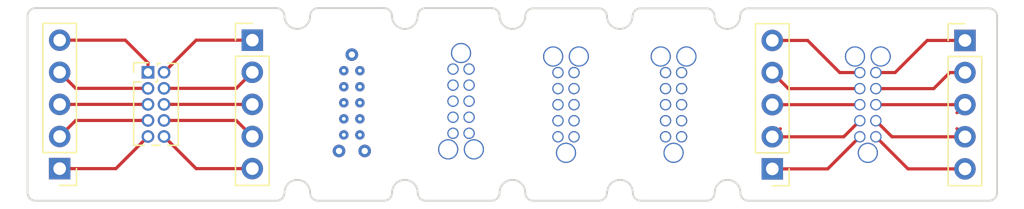
<source format=kicad_pcb>
(kicad_pcb (version 20171130) (host pcbnew "(5.0.0)")

  (general
    (thickness 1.6)
    (drawings 83)
    (tracks 47)
    (zones 0)
    (modules 10)
    (nets 21)
  )

  (page A4)
  (layers
    (0 F.Cu signal)
    (31 B.Cu signal)
    (32 B.Adhes user)
    (33 F.Adhes user)
    (34 B.Paste user)
    (35 F.Paste user)
    (36 B.SilkS user)
    (37 F.SilkS user)
    (38 B.Mask user)
    (39 F.Mask user)
    (40 Dwgs.User user hide)
    (41 Cmts.User user)
    (42 Eco1.User user)
    (43 Eco2.User user)
    (44 Edge.Cuts user)
    (45 Margin user)
    (46 B.CrtYd user)
    (47 F.CrtYd user)
    (48 B.Fab user)
    (49 F.Fab user)
  )

  (setup
    (last_trace_width 0.25)
    (trace_clearance 0.2)
    (zone_clearance 0.508)
    (zone_45_only no)
    (trace_min 0.2)
    (segment_width 0.2)
    (edge_width 0.15)
    (via_size 0.8)
    (via_drill 0.4)
    (via_min_size 0.4)
    (via_min_drill 0.3)
    (uvia_size 0.3)
    (uvia_drill 0.1)
    (uvias_allowed no)
    (uvia_min_size 0.2)
    (uvia_min_drill 0.1)
    (pcb_text_width 0.3)
    (pcb_text_size 1.5 1.5)
    (mod_edge_width 0.15)
    (mod_text_size 1 1)
    (mod_text_width 0.15)
    (pad_size 1.524 1.524)
    (pad_drill 0.762)
    (pad_to_mask_clearance 0.2)
    (aux_axis_origin 0 0)
    (visible_elements 7FFFFFFF)
    (pcbplotparams
      (layerselection 0x010fc_ffffffff)
      (usegerberextensions false)
      (usegerberattributes false)
      (usegerberadvancedattributes false)
      (creategerberjobfile false)
      (excludeedgelayer true)
      (linewidth 0.100000)
      (plotframeref false)
      (viasonmask false)
      (mode 1)
      (useauxorigin false)
      (hpglpennumber 1)
      (hpglpenspeed 20)
      (hpglpendiameter 15.000000)
      (psnegative false)
      (psa4output false)
      (plotreference true)
      (plotvalue true)
      (plotinvisibletext false)
      (padsonsilk false)
      (subtractmaskfromsilk false)
      (outputformat 1)
      (mirror false)
      (drillshape 0)
      (scaleselection 1)
      (outputdirectory "gerber/"))
  )

  (net 0 "")
  (net 1 "Net-(J1-Pad1)")
  (net 2 "Net-(J1-Pad2)")
  (net 3 "Net-(J1-Pad3)")
  (net 4 "Net-(J1-Pad4)")
  (net 5 "Net-(J1-Pad5)")
  (net 6 "Net-(J2-Pad2)")
  (net 7 "Net-(J2-Pad4)")
  (net 8 "Net-(J2-Pad6)")
  (net 9 "Net-(J2-Pad8)")
  (net 10 "Net-(J2-Pad10)")
  (net 11 "Net-(J4-Pad5)")
  (net 12 "Net-(J4-Pad4)")
  (net 13 "Net-(J4-Pad3)")
  (net 14 "Net-(J4-Pad2)")
  (net 15 "Net-(J4-Pad1)")
  (net 16 "Net-(J5-Pad10)")
  (net 17 "Net-(J5-Pad9)")
  (net 18 "Net-(J5-Pad8)")
  (net 19 "Net-(J5-Pad7)")
  (net 20 "Net-(J5-Pad6)")

  (net_class Default "This is the default net class."
    (clearance 0.2)
    (trace_width 0.25)
    (via_dia 0.8)
    (via_drill 0.4)
    (uvia_dia 0.3)
    (uvia_drill 0.1)
    (add_net "Net-(J1-Pad1)")
    (add_net "Net-(J1-Pad2)")
    (add_net "Net-(J1-Pad3)")
    (add_net "Net-(J1-Pad4)")
    (add_net "Net-(J1-Pad5)")
    (add_net "Net-(J2-Pad10)")
    (add_net "Net-(J2-Pad2)")
    (add_net "Net-(J2-Pad4)")
    (add_net "Net-(J2-Pad6)")
    (add_net "Net-(J2-Pad8)")
    (add_net "Net-(J4-Pad1)")
    (add_net "Net-(J4-Pad2)")
    (add_net "Net-(J4-Pad3)")
    (add_net "Net-(J4-Pad4)")
    (add_net "Net-(J4-Pad5)")
    (add_net "Net-(J5-Pad10)")
    (add_net "Net-(J5-Pad6)")
    (add_net "Net-(J5-Pad7)")
    (add_net "Net-(J5-Pad8)")
    (add_net "Net-(J5-Pad9)")
  )

  (module Connector_PinHeader_2.54mm:PinHeader_1x05_P2.54mm_Vertical (layer F.Cu) (tedit 5C55BE3F) (tstamp 5C6E4296)
    (at 27.94 38.1 180)
    (descr "Through hole straight pin header, 1x05, 2.54mm pitch, single row")
    (tags "Through hole pin header THT 1x05 2.54mm single row")
    (path /5C9ECFC9)
    (fp_text reference J1 (at 0 -2.33 180) (layer F.SilkS) hide
      (effects (font (size 1 1) (thickness 0.15)))
    )
    (fp_text value Conn_01x05 (at 0 12.49 180) (layer F.Fab)
      (effects (font (size 1 1) (thickness 0.15)))
    )
    (fp_line (start -0.635 -1.27) (end 1.27 -1.27) (layer F.Fab) (width 0.1))
    (fp_line (start 1.27 -1.27) (end 1.27 11.43) (layer F.Fab) (width 0.1))
    (fp_line (start 1.27 11.43) (end -1.27 11.43) (layer F.Fab) (width 0.1))
    (fp_line (start -1.27 11.43) (end -1.27 -0.635) (layer F.Fab) (width 0.1))
    (fp_line (start -1.27 -0.635) (end -0.635 -1.27) (layer F.Fab) (width 0.1))
    (fp_line (start -1.33 11.49) (end 1.33 11.49) (layer F.SilkS) (width 0.12))
    (fp_line (start -1.33 1.27) (end -1.33 11.49) (layer F.SilkS) (width 0.12))
    (fp_line (start 1.33 1.27) (end 1.33 11.49) (layer F.SilkS) (width 0.12))
    (fp_line (start -1.33 1.27) (end 1.33 1.27) (layer F.SilkS) (width 0.12))
    (fp_line (start -1.33 0) (end -1.33 -1.33) (layer F.SilkS) (width 0.12))
    (fp_line (start -1.33 -1.33) (end 0 -1.33) (layer F.SilkS) (width 0.12))
    (fp_line (start -1.8 -1.8) (end -1.8 11.95) (layer F.CrtYd) (width 0.05))
    (fp_line (start -1.8 11.95) (end 1.8 11.95) (layer F.CrtYd) (width 0.05))
    (fp_line (start 1.8 11.95) (end 1.8 -1.8) (layer F.CrtYd) (width 0.05))
    (fp_line (start 1.8 -1.8) (end -1.8 -1.8) (layer F.CrtYd) (width 0.05))
    (fp_text user %R (at 0 5.08 270) (layer F.Fab)
      (effects (font (size 1 1) (thickness 0.15)))
    )
    (pad 1 thru_hole rect (at 0 0 180) (size 1.7 1.7) (drill 1) (layers *.Cu *.Mask)
      (net 1 "Net-(J1-Pad1)"))
    (pad 2 thru_hole oval (at 0 2.54 180) (size 1.7 1.7) (drill 1) (layers *.Cu *.Mask)
      (net 2 "Net-(J1-Pad2)"))
    (pad 3 thru_hole oval (at 0 5.08 180) (size 1.7 1.7) (drill 1) (layers *.Cu *.Mask)
      (net 3 "Net-(J1-Pad3)"))
    (pad 4 thru_hole oval (at 0 7.62 180) (size 1.7 1.7) (drill 1) (layers *.Cu *.Mask)
      (net 4 "Net-(J1-Pad4)"))
    (pad 5 thru_hole oval (at 0 10.16 180) (size 1.7 1.7) (drill 1) (layers *.Cu *.Mask)
      (net 5 "Net-(J1-Pad5)"))
    (model ${KISYS3DMOD}/Connector_PinHeader_2.54mm.3dshapes/PinHeader_1x05_P2.54mm_Vertical.wrl
      (at (xyz 0 0 0))
      (scale (xyz 1 1 1))
      (rotate (xyz 0 0 0))
    )
  )

  (module Connector_PinHeader_1.27mm:PinHeader_2x05_P1.27mm_Vertical (layer F.Cu) (tedit 5C55BE42) (tstamp 5C6E42BB)
    (at 34.925 30.48)
    (descr "Through hole straight pin header, 2x05, 1.27mm pitch, double rows")
    (tags "Through hole pin header THT 2x05 1.27mm double row")
    (path /5C9E812B)
    (fp_text reference J2 (at 0.635 -1.695) (layer F.SilkS) hide
      (effects (font (size 1 1) (thickness 0.15)))
    )
    (fp_text value "Cortex Debug 10-pin connector" (at 0.635 6.775) (layer F.Fab)
      (effects (font (size 1 1) (thickness 0.15)))
    )
    (fp_line (start -0.2175 -0.635) (end 2.34 -0.635) (layer F.Fab) (width 0.1))
    (fp_line (start 2.34 -0.635) (end 2.34 5.715) (layer F.Fab) (width 0.1))
    (fp_line (start 2.34 5.715) (end -1.07 5.715) (layer F.Fab) (width 0.1))
    (fp_line (start -1.07 5.715) (end -1.07 0.2175) (layer F.Fab) (width 0.1))
    (fp_line (start -1.07 0.2175) (end -0.2175 -0.635) (layer F.Fab) (width 0.1))
    (fp_line (start -1.13 5.775) (end -0.30753 5.775) (layer F.SilkS) (width 0.12))
    (fp_line (start 1.57753 5.775) (end 2.4 5.775) (layer F.SilkS) (width 0.12))
    (fp_line (start 0.30753 5.775) (end 0.96247 5.775) (layer F.SilkS) (width 0.12))
    (fp_line (start -1.13 0.76) (end -1.13 5.775) (layer F.SilkS) (width 0.12))
    (fp_line (start 2.4 -0.695) (end 2.4 5.775) (layer F.SilkS) (width 0.12))
    (fp_line (start -1.13 0.76) (end -0.563471 0.76) (layer F.SilkS) (width 0.12))
    (fp_line (start 0.563471 0.76) (end 0.706529 0.76) (layer F.SilkS) (width 0.12))
    (fp_line (start 0.76 0.706529) (end 0.76 0.563471) (layer F.SilkS) (width 0.12))
    (fp_line (start 0.76 -0.563471) (end 0.76 -0.695) (layer F.SilkS) (width 0.12))
    (fp_line (start 0.76 -0.695) (end 0.96247 -0.695) (layer F.SilkS) (width 0.12))
    (fp_line (start 1.57753 -0.695) (end 2.4 -0.695) (layer F.SilkS) (width 0.12))
    (fp_line (start -1.13 0) (end -1.13 -0.76) (layer F.SilkS) (width 0.12))
    (fp_line (start -1.13 -0.76) (end 0 -0.76) (layer F.SilkS) (width 0.12))
    (fp_line (start -1.6 -1.15) (end -1.6 6.25) (layer F.CrtYd) (width 0.05))
    (fp_line (start -1.6 6.25) (end 2.85 6.25) (layer F.CrtYd) (width 0.05))
    (fp_line (start 2.85 6.25) (end 2.85 -1.15) (layer F.CrtYd) (width 0.05))
    (fp_line (start 2.85 -1.15) (end -1.6 -1.15) (layer F.CrtYd) (width 0.05))
    (fp_text user %R (at 0.635 2.54 90) (layer F.Fab)
      (effects (font (size 1 1) (thickness 0.15)))
    )
    (pad 1 thru_hole rect (at 0 0) (size 1 1) (drill 0.65) (layers *.Cu *.Mask)
      (net 5 "Net-(J1-Pad5)"))
    (pad 2 thru_hole oval (at 1.27 0) (size 1 1) (drill 0.65) (layers *.Cu *.Mask)
      (net 6 "Net-(J2-Pad2)"))
    (pad 3 thru_hole oval (at 0 1.27) (size 1 1) (drill 0.65) (layers *.Cu *.Mask)
      (net 4 "Net-(J1-Pad4)"))
    (pad 4 thru_hole oval (at 1.27 1.27) (size 1 1) (drill 0.65) (layers *.Cu *.Mask)
      (net 7 "Net-(J2-Pad4)"))
    (pad 5 thru_hole oval (at 0 2.54) (size 1 1) (drill 0.65) (layers *.Cu *.Mask)
      (net 3 "Net-(J1-Pad3)"))
    (pad 6 thru_hole oval (at 1.27 2.54) (size 1 1) (drill 0.65) (layers *.Cu *.Mask)
      (net 8 "Net-(J2-Pad6)"))
    (pad 7 thru_hole oval (at 0 3.81) (size 1 1) (drill 0.65) (layers *.Cu *.Mask)
      (net 2 "Net-(J1-Pad2)"))
    (pad 8 thru_hole oval (at 1.27 3.81) (size 1 1) (drill 0.65) (layers *.Cu *.Mask)
      (net 9 "Net-(J2-Pad8)"))
    (pad 9 thru_hole oval (at 0 5.08) (size 1 1) (drill 0.65) (layers *.Cu *.Mask)
      (net 1 "Net-(J1-Pad1)"))
    (pad 10 thru_hole oval (at 1.27 5.08) (size 1 1) (drill 0.65) (layers *.Cu *.Mask)
      (net 10 "Net-(J2-Pad10)"))
    (model ${KISYS3DMOD}/Connector_PinHeader_1.27mm.3dshapes/PinHeader_2x05_P1.27mm_Vertical.wrl
      (at (xyz 0 0 0))
      (scale (xyz 1 1 1))
      (rotate (xyz 0 0 0))
    )
  )

  (module Connector_PinHeader_2.54mm:PinHeader_1x05_P2.54mm_Vertical (layer F.Cu) (tedit 5C55BE3B) (tstamp 5C6E42D4)
    (at 43.18 27.94)
    (descr "Through hole straight pin header, 1x05, 2.54mm pitch, single row")
    (tags "Through hole pin header THT 1x05 2.54mm single row")
    (path /5C9ED083)
    (fp_text reference J3 (at 0 -2.33) (layer F.SilkS) hide
      (effects (font (size 1 1) (thickness 0.15)))
    )
    (fp_text value Conn_01x05 (at 0 12.49) (layer F.Fab)
      (effects (font (size 1 1) (thickness 0.15)))
    )
    (fp_text user %R (at 0 5.08 90) (layer F.Fab)
      (effects (font (size 1 1) (thickness 0.15)))
    )
    (fp_line (start 1.8 -1.8) (end -1.8 -1.8) (layer F.CrtYd) (width 0.05))
    (fp_line (start 1.8 11.95) (end 1.8 -1.8) (layer F.CrtYd) (width 0.05))
    (fp_line (start -1.8 11.95) (end 1.8 11.95) (layer F.CrtYd) (width 0.05))
    (fp_line (start -1.8 -1.8) (end -1.8 11.95) (layer F.CrtYd) (width 0.05))
    (fp_line (start -1.33 -1.33) (end 0 -1.33) (layer F.SilkS) (width 0.12))
    (fp_line (start -1.33 0) (end -1.33 -1.33) (layer F.SilkS) (width 0.12))
    (fp_line (start -1.33 1.27) (end 1.33 1.27) (layer F.SilkS) (width 0.12))
    (fp_line (start 1.33 1.27) (end 1.33 11.49) (layer F.SilkS) (width 0.12))
    (fp_line (start -1.33 1.27) (end -1.33 11.49) (layer F.SilkS) (width 0.12))
    (fp_line (start -1.33 11.49) (end 1.33 11.49) (layer F.SilkS) (width 0.12))
    (fp_line (start -1.27 -0.635) (end -0.635 -1.27) (layer F.Fab) (width 0.1))
    (fp_line (start -1.27 11.43) (end -1.27 -0.635) (layer F.Fab) (width 0.1))
    (fp_line (start 1.27 11.43) (end -1.27 11.43) (layer F.Fab) (width 0.1))
    (fp_line (start 1.27 -1.27) (end 1.27 11.43) (layer F.Fab) (width 0.1))
    (fp_line (start -0.635 -1.27) (end 1.27 -1.27) (layer F.Fab) (width 0.1))
    (pad 5 thru_hole oval (at 0 10.16) (size 1.7 1.7) (drill 1) (layers *.Cu *.Mask)
      (net 10 "Net-(J2-Pad10)"))
    (pad 4 thru_hole oval (at 0 7.62) (size 1.7 1.7) (drill 1) (layers *.Cu *.Mask)
      (net 9 "Net-(J2-Pad8)"))
    (pad 3 thru_hole oval (at 0 5.08) (size 1.7 1.7) (drill 1) (layers *.Cu *.Mask)
      (net 8 "Net-(J2-Pad6)"))
    (pad 2 thru_hole oval (at 0 2.54) (size 1.7 1.7) (drill 1) (layers *.Cu *.Mask)
      (net 7 "Net-(J2-Pad4)"))
    (pad 1 thru_hole rect (at 0 0) (size 1.7 1.7) (drill 1) (layers *.Cu *.Mask)
      (net 6 "Net-(J2-Pad2)"))
    (model ${KISYS3DMOD}/Connector_PinHeader_2.54mm.3dshapes/PinHeader_1x05_P2.54mm_Vertical.wrl
      (at (xyz 0 0 0))
      (scale (xyz 1 1 1))
      (rotate (xyz 0 0 0))
    )
  )

  (module Connector_PinHeader_2.54mm:PinHeader_1x05_P2.54mm_Vertical (layer F.Cu) (tedit 5C55BE2B) (tstamp 5C6E42ED)
    (at 99.552017 27.960885)
    (descr "Through hole straight pin header, 1x05, 2.54mm pitch, single row")
    (tags "Through hole pin header THT 1x05 2.54mm single row")
    (path /5C9E8345)
    (fp_text reference J4 (at 0 -2.33) (layer F.SilkS) hide
      (effects (font (size 1 1) (thickness 0.15)))
    )
    (fp_text value Conn_01x05 (at 0 12.49) (layer F.Fab)
      (effects (font (size 1 1) (thickness 0.15)))
    )
    (fp_text user %R (at 0 5.08 90) (layer F.Fab)
      (effects (font (size 1 1) (thickness 0.15)))
    )
    (fp_line (start 1.8 -1.8) (end -1.8 -1.8) (layer F.CrtYd) (width 0.05))
    (fp_line (start 1.8 11.95) (end 1.8 -1.8) (layer F.CrtYd) (width 0.05))
    (fp_line (start -1.8 11.95) (end 1.8 11.95) (layer F.CrtYd) (width 0.05))
    (fp_line (start -1.8 -1.8) (end -1.8 11.95) (layer F.CrtYd) (width 0.05))
    (fp_line (start -1.33 -1.33) (end 0 -1.33) (layer F.SilkS) (width 0.12))
    (fp_line (start -1.33 0) (end -1.33 -1.33) (layer F.SilkS) (width 0.12))
    (fp_line (start -1.33 1.27) (end 1.33 1.27) (layer F.SilkS) (width 0.12))
    (fp_line (start 1.33 1.27) (end 1.33 11.49) (layer F.SilkS) (width 0.12))
    (fp_line (start -1.33 1.27) (end -1.33 11.49) (layer F.SilkS) (width 0.12))
    (fp_line (start -1.33 11.49) (end 1.33 11.49) (layer F.SilkS) (width 0.12))
    (fp_line (start -1.27 -0.635) (end -0.635 -1.27) (layer F.Fab) (width 0.1))
    (fp_line (start -1.27 11.43) (end -1.27 -0.635) (layer F.Fab) (width 0.1))
    (fp_line (start 1.27 11.43) (end -1.27 11.43) (layer F.Fab) (width 0.1))
    (fp_line (start 1.27 -1.27) (end 1.27 11.43) (layer F.Fab) (width 0.1))
    (fp_line (start -0.635 -1.27) (end 1.27 -1.27) (layer F.Fab) (width 0.1))
    (pad 5 thru_hole oval (at 0 10.16) (size 1.7 1.7) (drill 1) (layers *.Cu *.Mask)
      (net 11 "Net-(J4-Pad5)"))
    (pad 4 thru_hole oval (at 0 7.62) (size 1.7 1.7) (drill 1) (layers *.Cu *.Mask)
      (net 12 "Net-(J4-Pad4)"))
    (pad 3 thru_hole oval (at 0 5.08) (size 1.7 1.7) (drill 1) (layers *.Cu *.Mask)
      (net 13 "Net-(J4-Pad3)"))
    (pad 2 thru_hole oval (at 0 2.54) (size 1.7 1.7) (drill 1) (layers *.Cu *.Mask)
      (net 14 "Net-(J4-Pad2)"))
    (pad 1 thru_hole rect (at 0 0) (size 1.7 1.7) (drill 1) (layers *.Cu *.Mask)
      (net 15 "Net-(J4-Pad1)"))
    (model ${KISYS3DMOD}/Connector_PinHeader_2.54mm.3dshapes/PinHeader_1x05_P2.54mm_Vertical.wrl
      (at (xyz 0 0 0))
      (scale (xyz 1 1 1))
      (rotate (xyz 0 0 0))
    )
  )

  (module Connector_PinHeader_2.54mm:PinHeader_1x05_P2.54mm_Vertical (layer F.Cu) (tedit 5C55BE35) (tstamp 5C6E4306)
    (at 84.312018 38.120885 180)
    (descr "Through hole straight pin header, 1x05, 2.54mm pitch, single row")
    (tags "Through hole pin header THT 1x05 2.54mm single row")
    (path /5C9E821F)
    (fp_text reference J6 (at 0 -2.33 180) (layer F.SilkS) hide
      (effects (font (size 1 1) (thickness 0.15)))
    )
    (fp_text value Conn_01x05 (at 0 12.49 180) (layer F.Fab)
      (effects (font (size 1 1) (thickness 0.15)))
    )
    (fp_line (start -0.635 -1.27) (end 1.27 -1.27) (layer F.Fab) (width 0.1))
    (fp_line (start 1.27 -1.27) (end 1.27 11.43) (layer F.Fab) (width 0.1))
    (fp_line (start 1.27 11.43) (end -1.27 11.43) (layer F.Fab) (width 0.1))
    (fp_line (start -1.27 11.43) (end -1.27 -0.635) (layer F.Fab) (width 0.1))
    (fp_line (start -1.27 -0.635) (end -0.635 -1.27) (layer F.Fab) (width 0.1))
    (fp_line (start -1.33 11.49) (end 1.33 11.49) (layer F.SilkS) (width 0.12))
    (fp_line (start -1.33 1.27) (end -1.33 11.49) (layer F.SilkS) (width 0.12))
    (fp_line (start 1.33 1.27) (end 1.33 11.49) (layer F.SilkS) (width 0.12))
    (fp_line (start -1.33 1.27) (end 1.33 1.27) (layer F.SilkS) (width 0.12))
    (fp_line (start -1.33 0) (end -1.33 -1.33) (layer F.SilkS) (width 0.12))
    (fp_line (start -1.33 -1.33) (end 0 -1.33) (layer F.SilkS) (width 0.12))
    (fp_line (start -1.8 -1.8) (end -1.8 11.95) (layer F.CrtYd) (width 0.05))
    (fp_line (start -1.8 11.95) (end 1.8 11.95) (layer F.CrtYd) (width 0.05))
    (fp_line (start 1.8 11.95) (end 1.8 -1.8) (layer F.CrtYd) (width 0.05))
    (fp_line (start 1.8 -1.8) (end -1.8 -1.8) (layer F.CrtYd) (width 0.05))
    (fp_text user %R (at 0 5.08 270) (layer F.Fab)
      (effects (font (size 1 1) (thickness 0.15)))
    )
    (pad 1 thru_hole rect (at 0 0 180) (size 1.7 1.7) (drill 1) (layers *.Cu *.Mask)
      (net 16 "Net-(J5-Pad10)"))
    (pad 2 thru_hole oval (at 0 2.54 180) (size 1.7 1.7) (drill 1) (layers *.Cu *.Mask)
      (net 17 "Net-(J5-Pad9)"))
    (pad 3 thru_hole oval (at 0 5.08 180) (size 1.7 1.7) (drill 1) (layers *.Cu *.Mask)
      (net 18 "Net-(J5-Pad8)"))
    (pad 4 thru_hole oval (at 0 7.62 180) (size 1.7 1.7) (drill 1) (layers *.Cu *.Mask)
      (net 19 "Net-(J5-Pad7)"))
    (pad 5 thru_hole oval (at 0 10.16 180) (size 1.7 1.7) (drill 1) (layers *.Cu *.Mask)
      (net 20 "Net-(J5-Pad6)"))
    (model ${KISYS3DMOD}/Connector_PinHeader_2.54mm.3dshapes/PinHeader_1x05_P2.54mm_Vertical.wrl
      (at (xyz 0 0 0))
      (scale (xyz 1 1 1))
      (rotate (xyz 0 0 0))
    )
  )

  (module E73:TC2050_pogo (layer F.Cu) (tedit 5C55BE30) (tstamp 5C864533)
    (at 91.868518 33.040885 180)
    (path /5C9E804A)
    (fp_text reference J5 (at 0.635 5.715 180) (layer F.SilkS) hide
      (effects (font (size 1 1) (thickness 0.15)))
    )
    (fp_text value TC2050_pogo (at -2.54 0 270) (layer F.Fab)
      (effects (font (size 1 1) (thickness 0.15)))
    )
    (pad 1 thru_hole circle (at -0.635 -2.54 180) (size 0.9 0.9) (drill 0.7) (layers *.Cu *.Mask)
      (net 11 "Net-(J4-Pad5)"))
    (pad 2 thru_hole circle (at -0.635 -1.27 180) (size 0.9 0.9) (drill 0.7) (layers *.Cu *.Mask)
      (net 12 "Net-(J4-Pad4)"))
    (pad 3 thru_hole circle (at -0.635 0 180) (size 0.9 0.9) (drill 0.7) (layers *.Cu *.Mask)
      (net 13 "Net-(J4-Pad3)"))
    (pad 4 thru_hole circle (at -0.635 1.27 180) (size 0.9 0.9) (drill 0.7) (layers *.Cu *.Mask)
      (net 14 "Net-(J4-Pad2)"))
    (pad 5 thru_hole circle (at -0.635 2.54 180) (size 0.9 0.9) (drill 0.7) (layers *.Cu *.Mask)
      (net 15 "Net-(J4-Pad1)"))
    (pad 6 thru_hole circle (at 0.635 2.54 180) (size 0.9 0.9) (drill 0.7) (layers *.Cu *.Mask)
      (net 20 "Net-(J5-Pad6)"))
    (pad 7 thru_hole circle (at 0.635 1.27 180) (size 0.9 0.9) (drill 0.7) (layers *.Cu *.Mask)
      (net 19 "Net-(J5-Pad7)"))
    (pad 8 thru_hole circle (at 0.635 0 180) (size 0.9 0.9) (drill 0.7) (layers *.Cu *.Mask)
      (net 18 "Net-(J5-Pad8)"))
    (pad 9 thru_hole circle (at 0.635 -1.27 180) (size 0.9 0.9) (drill 0.7) (layers *.Cu *.Mask)
      (net 17 "Net-(J5-Pad9)"))
    (pad 10 thru_hole circle (at 0.635 -2.54 180) (size 0.9 0.9) (drill 0.7) (layers *.Cu *.Mask)
      (net 16 "Net-(J5-Pad10)"))
    (pad "" thru_hole circle (at 0 -3.81 180) (size 1.6 1.6) (drill 1.4) (layers *.Cu *.Mask))
    (pad "" thru_hole circle (at -1.016 3.81 180) (size 1.6 1.6) (drill 1.4) (layers *.Cu *.Mask))
    (pad "" thru_hole circle (at 1.016 3.81 180) (size 1.6 1.6) (drill 1.4) (layers *.Cu *.Mask))
  )

  (module E73:TC2050_alignment (layer F.Cu) (tedit 5C55BEF8) (tstamp 5C864544)
    (at 51.054 32.893)
    (path /5C9EF3BD)
    (fp_text reference J7 (at 0.635 5.715) (layer F.SilkS) hide
      (effects (font (size 1 1) (thickness 0.15)))
    )
    (fp_text value TC2050_pogo_alignment (at -2.54 0 90) (layer F.Fab) hide
      (effects (font (size 1 1) (thickness 0.15)))
    )
    (pad 1 thru_hole circle (at -0.635 -2.54) (size 0.75 0.75) (drill 0.3) (layers *.Cu *.Mask))
    (pad 2 thru_hole circle (at -0.635 -1.27) (size 0.75 0.75) (drill 0.3) (layers *.Cu *.Mask))
    (pad 3 thru_hole circle (at -0.635 0) (size 0.75 0.75) (drill 0.3) (layers *.Cu *.Mask))
    (pad 4 thru_hole circle (at -0.635 1.27) (size 0.75 0.75) (drill 0.3) (layers *.Cu *.Mask))
    (pad 5 thru_hole circle (at -0.635 2.54) (size 0.75 0.75) (drill 0.3) (layers *.Cu *.Mask))
    (pad 6 thru_hole circle (at 0.635 2.54) (size 0.75 0.75) (drill 0.3) (layers *.Cu *.Mask))
    (pad 7 thru_hole circle (at 0.635 1.27) (size 0.75 0.75) (drill 0.3) (layers *.Cu *.Mask))
    (pad 8 thru_hole circle (at 0.635 0) (size 0.75 0.75) (drill 0.3) (layers *.Cu *.Mask))
    (pad 9 thru_hole circle (at 0.635 -1.27) (size 0.75 0.75) (drill 0.3) (layers *.Cu *.Mask))
    (pad 10 thru_hole circle (at 0.635 -2.54) (size 0.75 0.75) (drill 0.3) (layers *.Cu *.Mask))
    (pad "" thru_hole circle (at 0 -3.81) (size 1 1) (drill 0.5) (layers *.Cu *.Mask))
    (pad "" thru_hole circle (at -1.016 3.81) (size 1 1) (drill 0.5) (layers *.Cu *.Mask))
    (pad "" thru_hole circle (at 1.016 3.81) (size 1 1) (drill 0.5) (layers *.Cu *.Mask))
  )

  (module E73:TC2050_pogo (layer F.Cu) (tedit 5C55C46B) (tstamp 5C864555)
    (at 76.501518 33.040885 180)
    (path /5C9EF413)
    (fp_text reference J8 (at 0.635 5.715 180) (layer F.SilkS) hide
      (effects (font (size 1 1) (thickness 0.15)))
    )
    (fp_text value TC2050_pogo (at -2.54 0 270) (layer F.Fab)
      (effects (font (size 1 1) (thickness 0.15)))
    )
    (pad "" thru_hole circle (at 1.016 3.81 180) (size 1.6 1.6) (drill 1.4) (layers *.Cu *.Mask))
    (pad "" thru_hole circle (at -1.016 3.81 180) (size 1.6 1.6) (drill 1.4) (layers *.Cu *.Mask))
    (pad "" thru_hole circle (at 0 -3.81 180) (size 1.6 1.6) (drill 1.4) (layers *.Cu *.Mask))
    (pad 10 thru_hole circle (at 0.635 -2.54 180) (size 0.9 0.9) (drill 0.7) (layers *.Cu *.Mask))
    (pad 9 thru_hole circle (at 0.635 -1.27 180) (size 0.9 0.9) (drill 0.7) (layers *.Cu *.Mask))
    (pad 8 thru_hole circle (at 0.635 0 180) (size 0.9 0.9) (drill 0.7) (layers *.Cu *.Mask))
    (pad 7 thru_hole circle (at 0.635 1.27 180) (size 0.9 0.9) (drill 0.7) (layers *.Cu *.Mask))
    (pad 6 thru_hole circle (at 0.635 2.54 180) (size 0.9 0.9) (drill 0.7) (layers *.Cu *.Mask))
    (pad 5 thru_hole circle (at -0.635 2.54 180) (size 0.9 0.9) (drill 0.7) (layers *.Cu *.Mask))
    (pad 4 thru_hole circle (at -0.635 1.27 180) (size 0.9 0.9) (drill 0.7) (layers *.Cu *.Mask))
    (pad 3 thru_hole circle (at -0.635 0 180) (size 0.9 0.9) (drill 0.7) (layers *.Cu *.Mask))
    (pad 2 thru_hole circle (at -0.635 -1.27 180) (size 0.9 0.9) (drill 0.7) (layers *.Cu *.Mask))
    (pad 1 thru_hole circle (at -0.635 -2.54 180) (size 0.9 0.9) (drill 0.7) (layers *.Cu *.Mask))
  )

  (module E73:TC2050_pogo (layer F.Cu) (tedit 5C55C468) (tstamp 5C864566)
    (at 67.992517 33.040885 180)
    (path /5C9F4EED)
    (fp_text reference J9 (at 0.635 5.715 180) (layer F.SilkS) hide
      (effects (font (size 1 1) (thickness 0.15)))
    )
    (fp_text value TC2050_pogo (at -2.54 0 270) (layer F.Fab)
      (effects (font (size 1 1) (thickness 0.15)))
    )
    (pad 1 thru_hole circle (at -0.635 -2.54 180) (size 0.9 0.9) (drill 0.7) (layers *.Cu *.Mask))
    (pad 2 thru_hole circle (at -0.635 -1.27 180) (size 0.9 0.9) (drill 0.7) (layers *.Cu *.Mask))
    (pad 3 thru_hole circle (at -0.635 0 180) (size 0.9 0.9) (drill 0.7) (layers *.Cu *.Mask))
    (pad 4 thru_hole circle (at -0.635 1.27 180) (size 0.9 0.9) (drill 0.7) (layers *.Cu *.Mask))
    (pad 5 thru_hole circle (at -0.635 2.54 180) (size 0.9 0.9) (drill 0.7) (layers *.Cu *.Mask))
    (pad 6 thru_hole circle (at 0.635 2.54 180) (size 0.9 0.9) (drill 0.7) (layers *.Cu *.Mask))
    (pad 7 thru_hole circle (at 0.635 1.27 180) (size 0.9 0.9) (drill 0.7) (layers *.Cu *.Mask))
    (pad 8 thru_hole circle (at 0.635 0 180) (size 0.9 0.9) (drill 0.7) (layers *.Cu *.Mask))
    (pad 9 thru_hole circle (at 0.635 -1.27 180) (size 0.9 0.9) (drill 0.7) (layers *.Cu *.Mask))
    (pad 10 thru_hole circle (at 0.635 -2.54 180) (size 0.9 0.9) (drill 0.7) (layers *.Cu *.Mask))
    (pad "" thru_hole circle (at 0 -3.81 180) (size 1.6 1.6) (drill 1.4) (layers *.Cu *.Mask))
    (pad "" thru_hole circle (at -1.016 3.81 180) (size 1.6 1.6) (drill 1.4) (layers *.Cu *.Mask))
    (pad "" thru_hole circle (at 1.016 3.81 180) (size 1.6 1.6) (drill 1.4) (layers *.Cu *.Mask))
  )

  (module E73:TC2050_pogo (layer F.Cu) (tedit 5C55C464) (tstamp 5C8648DC)
    (at 59.69 32.766)
    (path /5C9F59C3)
    (fp_text reference J11 (at 0.635 5.715) (layer F.SilkS) hide
      (effects (font (size 1 1) (thickness 0.15)))
    )
    (fp_text value TC2050_pogo (at -2.54 0 90) (layer F.Fab)
      (effects (font (size 1 1) (thickness 0.15)))
    )
    (pad 1 thru_hole circle (at -0.635 -2.54) (size 0.9 0.9) (drill 0.7) (layers *.Cu *.Mask))
    (pad 2 thru_hole circle (at -0.635 -1.27) (size 0.9 0.9) (drill 0.7) (layers *.Cu *.Mask))
    (pad 3 thru_hole circle (at -0.635 0) (size 0.9 0.9) (drill 0.7) (layers *.Cu *.Mask))
    (pad 4 thru_hole circle (at -0.635 1.27) (size 0.9 0.9) (drill 0.7) (layers *.Cu *.Mask))
    (pad 5 thru_hole circle (at -0.635 2.54) (size 0.9 0.9) (drill 0.7) (layers *.Cu *.Mask))
    (pad 6 thru_hole circle (at 0.635 2.54) (size 0.9 0.9) (drill 0.7) (layers *.Cu *.Mask))
    (pad 7 thru_hole circle (at 0.635 1.27) (size 0.9 0.9) (drill 0.7) (layers *.Cu *.Mask))
    (pad 8 thru_hole circle (at 0.635 0) (size 0.9 0.9) (drill 0.7) (layers *.Cu *.Mask))
    (pad 9 thru_hole circle (at 0.635 -1.27) (size 0.9 0.9) (drill 0.7) (layers *.Cu *.Mask))
    (pad 10 thru_hole circle (at 0.635 -2.54) (size 0.9 0.9) (drill 0.7) (layers *.Cu *.Mask))
    (pad "" thru_hole circle (at 0 -3.81) (size 1.6 1.6) (drill 1.4) (layers *.Cu *.Mask))
    (pad "" thru_hole circle (at -1.016 3.81) (size 1.6 1.6) (drill 1.4) (layers *.Cu *.Mask))
    (pad "" thru_hole circle (at 1.016 3.81) (size 1.6 1.6) (drill 1.4) (layers *.Cu *.Mask))
  )

  (gr_line (start 82.423 40.64) (end 101.472999 40.64) (layer Edge.Cuts) (width 0.15) (tstamp 5CC15535))
  (gr_line (start 73.914 40.64) (end 79.121 40.64) (layer Edge.Cuts) (width 0.15) (tstamp 5CC15532))
  (gr_line (start 65.405 40.64) (end 70.612 40.64) (layer Edge.Cuts) (width 0.15) (tstamp 5CC1552F))
  (gr_line (start 56.896 40.64) (end 62.103 40.64) (layer Edge.Cuts) (width 0.15) (tstamp 5CC1552B))
  (gr_line (start 48.387 40.64) (end 53.594 40.64) (layer Edge.Cuts) (width 0.15) (tstamp 5CC15527))
  (gr_arc (start 82.423 40.005) (end 81.788 40.005) (angle -90) (layer Edge.Cuts) (width 0.15) (tstamp 5CC15517))
  (gr_arc (start 79.121 40.005) (end 79.121 40.64) (angle -90) (layer Edge.Cuts) (width 0.15) (tstamp 5CC15514))
  (gr_arc (start 73.914 40.005) (end 73.279 40.005) (angle -90) (layer Edge.Cuts) (width 0.15) (tstamp 5CC15511))
  (gr_arc (start 70.596017 40.005) (end 70.612 40.64) (angle -90) (layer Edge.Cuts) (width 0.15) (tstamp 5CC1550D))
  (gr_arc (start 80.771999 40.005) (end 81.787998 40.005) (angle -180) (layer Edge.Cuts) (width 0.15) (tstamp 5CC15509))
  (gr_arc (start 72.263 40.005) (end 73.278999 40.005) (angle -180) (layer Edge.Cuts) (width 0.15) (tstamp 5CC15507))
  (gr_arc (start 63.754 26.035) (end 62.738 26.035) (angle -180) (layer Edge.Cuts) (width 0.15) (tstamp 5CC15500))
  (gr_arc (start 56.896 40.005) (end 56.261 40.005) (angle -90) (layer Edge.Cuts) (width 0.15) (tstamp 5CC15466))
  (gr_arc (start 53.594 40.005) (end 53.594 40.64) (angle -90) (layer Edge.Cuts) (width 0.15) (tstamp 5CC15463))
  (gr_arc (start 63.754001 40.005) (end 64.77 40.005) (angle -180) (layer Edge.Cuts) (width 0.15) (tstamp 5CC15459))
  (gr_arc (start 46.736 40.005) (end 47.751999 40.005) (angle -180) (layer Edge.Cuts) (width 0.15) (tstamp 5CC15456))
  (gr_arc (start 48.387 40.005) (end 47.752 40.005) (angle -90) (layer Edge.Cuts) (width 0.15) (tstamp 5CC15453))
  (gr_arc (start 45.085 40.005) (end 45.085 40.64) (angle -90) (layer Edge.Cuts) (width 0.15) (tstamp 5CC15435))
  (gr_arc (start 55.245 40.005) (end 56.260999 40.005) (angle -180) (layer Edge.Cuts) (width 0.15) (tstamp 5CC1542D))
  (gr_arc (start 55.245 26.035) (end 54.229 26.035) (angle -180) (layer Edge.Cuts) (width 0.15))
  (gr_arc (start 72.247017 26.035) (end 71.231017 26.035) (angle -180) (layer Edge.Cuts) (width 0.15))
  (gr_arc (start 80.756018 26.035) (end 79.740018 26.035001) (angle -180) (layer Edge.Cuts) (width 0.15))
  (gr_arc (start 46.736 26.035) (end 45.72 26.035) (angle -180) (layer Edge.Cuts) (width 0.15))
  (gr_line (start 26.035 40.005) (end 45.085 26.035) (layer Dwgs.User) (width 0.2))
  (gr_line (start 26.035 26.035) (end 45.085 40.005) (layer Dwgs.User) (width 0.2))
  (gr_line (start 26.035 26.035) (end 26.3525 26.035) (layer Dwgs.User) (width 0.2))
  (gr_line (start 45.085 26.035) (end 44.5135 26.035) (layer Dwgs.User) (width 0.2))
  (gr_line (start 45.085 40.005) (end 44.8945 40.005) (layer Dwgs.User) (width 0.2))
  (gr_line (start 26.035 40.005) (end 26.2255 40.005) (layer Dwgs.User) (width 0.2))
  (gr_line (start 26.035 43.307) (end 45.085 57.277) (layer Dwgs.User) (width 0.2))
  (gr_line (start 26.035 57.277) (end 45.085 43.307) (layer Dwgs.User) (width 0.2))
  (gr_line (start 26.035 57.277) (end 26.416 57.277) (layer Dwgs.User) (width 0.2))
  (gr_line (start 45.085 57.277) (end 44.7675 57.277) (layer Dwgs.User) (width 0.2))
  (gr_line (start 45.085 43.307) (end 44.7675 43.307) (layer Dwgs.User) (width 0.2))
  (gr_line (start 26.035 43.307) (end 26.162 43.307) (layer Dwgs.User) (width 0.2))
  (gr_line (start 56.896 57.277) (end 62.103 43.307) (layer Dwgs.User) (width 0.2))
  (gr_line (start 56.896 43.307) (end 62.103 57.277) (layer Dwgs.User) (width 0.2))
  (gr_line (start 62.103 43.307) (end 61.722 43.307) (layer Dwgs.User) (width 0.2))
  (gr_line (start 62.103 57.277) (end 61.849 57.277) (layer Dwgs.User) (width 0.2))
  (gr_line (start 56.896 57.277) (end 57.277 57.277) (layer Dwgs.User) (width 0.2))
  (gr_line (start 56.896 43.307) (end 56.896 43.688) (layer Dwgs.User) (width 0.2))
  (gr_line (start 48.387 43.307) (end 53.594 57.277) (layer Dwgs.User) (width 0.2))
  (gr_line (start 53.594 43.307) (end 48.387 43.307) (layer Dwgs.User) (width 0.2))
  (gr_line (start 48.387 57.277) (end 53.594 43.307) (layer Dwgs.User) (width 0.2))
  (gr_line (start 53.594 57.277) (end 53.594 57.404) (layer Dwgs.User) (width 0.2))
  (gr_line (start 53.721 57.277) (end 53.594 57.277) (layer Dwgs.User) (width 0.2))
  (gr_line (start 53.594 57.277) (end 53.721 57.277) (layer Dwgs.User) (width 0.2))
  (gr_line (start 53.594 43.561) (end 53.594 43.307) (layer Dwgs.User) (width 0.2))
  (gr_line (start 53.34 43.307) (end 53.594 43.561) (layer Dwgs.User) (width 0.2))
  (gr_line (start 53.594 43.307) (end 53.34 43.307) (layer Dwgs.User) (width 0.2))
  (gr_line (start 48.5775 43.307) (end 48.387 43.307) (layer Dwgs.User) (width 0.2))
  (gr_line (start 48.387 43.4975) (end 48.5775 43.307) (layer Dwgs.User) (width 0.2))
  (gr_line (start 48.387 43.307) (end 48.387 43.4975) (layer Dwgs.User) (width 0.2))
  (gr_line (start 48.387 57.277) (end 48.387 57.0865) (layer Dwgs.User) (width 0.2))
  (gr_line (start 48.387 57.277) (end 48.7045 57.277) (layer Dwgs.User) (width 0.2))
  (gr_line (start 25.527 57.912) (end 62.992 57.912) (layer Dwgs.User) (width 0.2) (tstamp 5C865295))
  (gr_line (start 25.4 42.672) (end 63.373 42.672) (layer Dwgs.User) (width 0.15) (tstamp 5C86528C))
  (gr_line (start 25.527 40.64) (end 63.373 40.64) (layer Dwgs.User) (width 0.15))
  (gr_line (start 56.896 25.4) (end 62.103 25.4) (layer Edge.Cuts) (width 0.15) (tstamp 5C864C5D))
  (gr_arc (start 62.103 40.005) (end 62.103 40.64) (angle -90) (layer Edge.Cuts) (width 0.15) (tstamp 5C864C5C))
  (gr_arc (start 65.404999 26.055884) (end 65.405001 25.420885) (angle -90) (layer Edge.Cuts) (width 0.15) (tstamp 5C865277))
  (gr_line (start 65.389019 25.420885) (end 70.596019 25.420885) (layer Edge.Cuts) (width 0.15) (tstamp 5C86527D))
  (gr_arc (start 70.596017 26.055884) (end 71.231017 26.055884) (angle -90) (layer Edge.Cuts) (width 0.15) (tstamp 5C865286))
  (gr_arc (start 65.405 40.005) (end 64.77 40.005) (angle -90) (layer Edge.Cuts) (width 0.15) (tstamp 5C865280))
  (gr_arc (start 62.103 26.035) (end 62.738 26.035) (angle -90) (layer Edge.Cuts) (width 0.15) (tstamp 5C864C53))
  (gr_arc (start 56.896 26.035) (end 56.896 25.4) (angle -90) (layer Edge.Cuts) (width 0.15) (tstamp 5C864C52))
  (gr_arc (start 73.898017 26.055885) (end 73.898018 25.420885) (angle -90) (layer Edge.Cuts) (width 0.15) (tstamp 5C8653A6))
  (gr_line (start 73.898018 25.420885) (end 79.105018 25.420885) (layer Edge.Cuts) (width 0.15) (tstamp 5C8653A9))
  (gr_arc (start 79.105017 26.055885) (end 79.740017 26.055885) (angle -90) (layer Edge.Cuts) (width 0.15) (tstamp 5C8653AC))
  (gr_line (start 48.387 25.4) (end 53.594 25.4) (layer Edge.Cuts) (width 0.15) (tstamp 5C864A88))
  (gr_arc (start 53.594 26.035) (end 54.229 26.035) (angle -90) (layer Edge.Cuts) (width 0.15) (tstamp 5C864A87))
  (gr_arc (start 48.387 26.035) (end 48.387 25.4) (angle -90) (layer Edge.Cuts) (width 0.15) (tstamp 5C864A85))
  (gr_line (start 102.092018 26.055885) (end 102.092018 40.025885) (layer Edge.Cuts) (width 0.15) (tstamp 5C864894))
  (gr_line (start 82.407018 25.420884) (end 101.457017 25.420884) (layer Edge.Cuts) (width 0.15) (tstamp 5C864892))
  (gr_arc (start 101.457017 26.055885) (end 102.092018 26.055885) (angle -90) (layer Edge.Cuts) (width 0.15) (tstamp 5C86488F))
  (gr_arc (start 101.457018 40.005002) (end 101.457017 40.64) (angle -90) (layer Edge.Cuts) (width 0.15) (tstamp 5C86488E))
  (gr_arc (start 82.407018 26.055885) (end 82.407018 25.420884) (angle -90) (layer Edge.Cuts) (width 0.15) (tstamp 5C86488D))
  (gr_arc (start 26.035 40.005) (end 25.4 40.005) (angle -90) (layer Edge.Cuts) (width 0.15))
  (gr_arc (start 45.085 26.035) (end 45.72 26.035) (angle -90) (layer Edge.Cuts) (width 0.15))
  (gr_arc (start 26.035 26.035) (end 26.035 25.4) (angle -90) (layer Edge.Cuts) (width 0.15))
  (gr_line (start 25.4 40.005) (end 25.4 26.035) (layer Edge.Cuts) (width 0.15))
  (gr_line (start 45.085 40.64) (end 26.035 40.64) (layer Edge.Cuts) (width 0.15))
  (gr_line (start 26.035 25.4) (end 45.085 25.4) (layer Edge.Cuts) (width 0.15))

  (segment (start 32.385 38.1) (end 34.925 35.56) (width 0.25) (layer F.Cu) (net 1))
  (segment (start 27.94 38.1) (end 32.385 38.1) (width 0.25) (layer F.Cu) (net 1))
  (segment (start 29.21 34.29) (end 34.925 34.29) (width 0.25) (layer F.Cu) (net 2))
  (segment (start 27.94 35.56) (end 29.21 34.29) (width 0.25) (layer F.Cu) (net 2))
  (segment (start 29.142081 33.02) (end 34.925 33.02) (width 0.25) (layer F.Cu) (net 3))
  (segment (start 27.94 33.02) (end 29.142081 33.02) (width 0.25) (layer F.Cu) (net 3))
  (segment (start 29.21 31.75) (end 34.925 31.75) (width 0.25) (layer F.Cu) (net 4))
  (segment (start 27.94 30.48) (end 29.21 31.75) (width 0.25) (layer F.Cu) (net 4))
  (segment (start 29.142081 27.94) (end 27.94 27.94) (width 0.25) (layer F.Cu) (net 5))
  (segment (start 33.135 27.94) (end 29.142081 27.94) (width 0.25) (layer F.Cu) (net 5))
  (segment (start 34.925 29.73) (end 33.135 27.94) (width 0.25) (layer F.Cu) (net 5))
  (segment (start 34.925 30.48) (end 34.925 29.73) (width 0.25) (layer F.Cu) (net 5))
  (segment (start 38.735 27.94) (end 43.18 27.94) (width 0.25) (layer F.Cu) (net 6))
  (segment (start 36.195 30.48) (end 38.735 27.94) (width 0.25) (layer F.Cu) (net 6))
  (segment (start 41.91 31.75) (end 36.195 31.75) (width 0.25) (layer F.Cu) (net 7))
  (segment (start 43.18 30.48) (end 41.91 31.75) (width 0.25) (layer F.Cu) (net 7))
  (segment (start 36.902106 33.02) (end 43.18 33.02) (width 0.25) (layer F.Cu) (net 8))
  (segment (start 36.195 33.02) (end 36.902106 33.02) (width 0.25) (layer F.Cu) (net 8))
  (segment (start 41.91 34.29) (end 36.195 34.29) (width 0.25) (layer F.Cu) (net 9))
  (segment (start 43.18 35.56) (end 41.91 34.29) (width 0.25) (layer F.Cu) (net 9))
  (segment (start 38.735 38.1) (end 36.195 35.56) (width 0.25) (layer F.Cu) (net 10))
  (segment (start 43.18 38.1) (end 38.735 38.1) (width 0.25) (layer F.Cu) (net 10))
  (segment (start 95.043517 38.120885) (end 92.503517 35.580884) (width 0.25) (layer F.Cu) (net 11))
  (segment (start 99.552017 38.120885) (end 95.043517 38.120885) (width 0.25) (layer F.Cu) (net 11))
  (segment (start 99.552019 35.580885) (end 98.917018 34.945884) (width 0.25) (layer F.Cu) (net 12))
  (segment (start 93.773517 35.580884) (end 92.503517 34.310885) (width 0.25) (layer F.Cu) (net 12))
  (segment (start 99.552019 35.580885) (end 93.773517 35.580884) (width 0.25) (layer F.Cu) (net 12))
  (segment (start 99.552018 33.040885) (end 98.917018 33.675885) (width 0.25) (layer F.Cu) (net 13))
  (segment (start 99.552018 33.040885) (end 92.503518 33.040885) (width 0.25) (layer F.Cu) (net 13))
  (segment (start 93.139913 31.770885) (end 92.503518 31.770886) (width 0.25) (layer F.Cu) (net 14))
  (segment (start 97.079937 31.770885) (end 93.139913 31.770885) (width 0.25) (layer F.Cu) (net 14))
  (segment (start 98.349936 30.500884) (end 97.079937 31.770885) (width 0.25) (layer F.Cu) (net 14))
  (segment (start 99.552017 30.500884) (end 98.349936 30.500884) (width 0.25) (layer F.Cu) (net 14))
  (segment (start 94.027518 30.500884) (end 92.503517 30.500884) (width 0.25) (layer F.Cu) (net 15))
  (segment (start 99.552017 27.960885) (end 96.567517 27.960885) (width 0.25) (layer F.Cu) (net 15))
  (segment (start 96.567517 27.960885) (end 94.027518 30.500884) (width 0.25) (layer F.Cu) (net 15))
  (segment (start 88.693517 38.120885) (end 91.233518 35.580884) (width 0.25) (layer F.Cu) (net 16))
  (segment (start 84.312018 38.120885) (end 88.693517 38.120885) (width 0.25) (layer F.Cu) (net 16))
  (segment (start 84.312018 35.580885) (end 84.947018 34.945885) (width 0.25) (layer F.Cu) (net 17))
  (segment (start 89.963518 35.580885) (end 91.233518 34.310885) (width 0.25) (layer F.Cu) (net 17))
  (segment (start 84.312018 35.580885) (end 89.963518 35.580885) (width 0.25) (layer F.Cu) (net 17))
  (segment (start 84.312017 33.040885) (end 91.233518 33.040885) (width 0.25) (layer F.Cu) (net 18))
  (segment (start 85.582018 31.770884) (end 91.233518 31.770884) (width 0.25) (layer F.Cu) (net 19))
  (segment (start 84.312018 30.500884) (end 85.582018 31.770884) (width 0.25) (layer F.Cu) (net 19))
  (segment (start 89.646018 30.500885) (end 91.233518 30.500885) (width 0.25) (layer F.Cu) (net 20))
  (segment (start 84.312018 27.960885) (end 87.106017 27.960885) (width 0.25) (layer F.Cu) (net 20))
  (segment (start 87.106017 27.960885) (end 89.646018 30.500885) (width 0.25) (layer F.Cu) (net 20))

)

</source>
